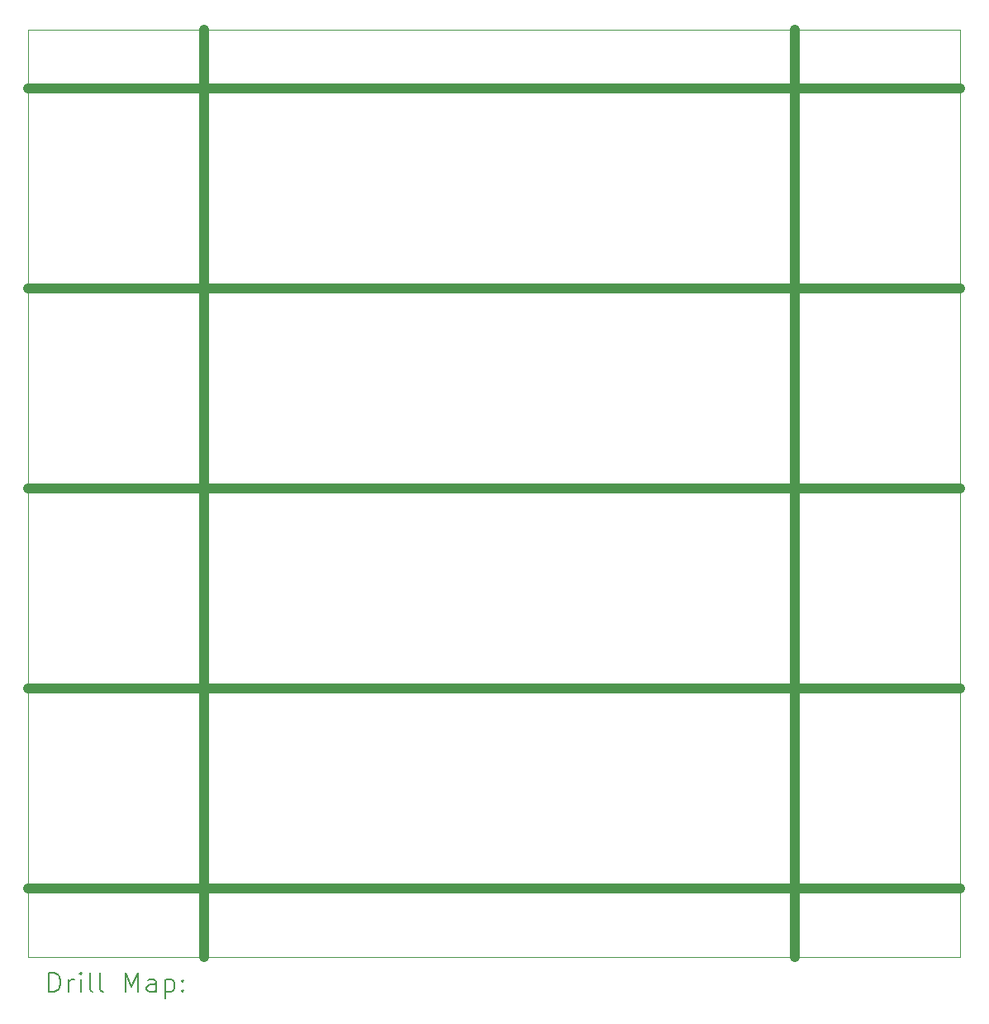
<source format=gbr>
%TF.GenerationSoftware,KiCad,Pcbnew,7.0.5*%
%TF.CreationDate,2023-11-06T22:38:09+10:00*%
%TF.ProjectId,TallyLight_Panel,54616c6c-794c-4696-9768-745f50616e65,rev?*%
%TF.SameCoordinates,Original*%
%TF.FileFunction,Drillmap*%
%TF.FilePolarity,Positive*%
%FSLAX45Y45*%
G04 Gerber Fmt 4.5, Leading zero omitted, Abs format (unit mm)*
G04 Created by KiCad (PCBNEW 7.0.5) date 2023-11-06 22:38:09*
%MOMM*%
%LPD*%
G01*
G04 APERTURE LIST*
%ADD10C,1.000000*%
%ADD11C,0.100000*%
%ADD12C,0.200000*%
G04 APERTURE END LIST*
D10*
X14600000Y-14100000D02*
X14600000Y-4600000D01*
X8550000Y-14100000D02*
X8550000Y-4600000D01*
X6750000Y-13400000D02*
X16300000Y-13400000D01*
X6750000Y-5200000D02*
X16300000Y-5200000D01*
D11*
X6750000Y-4600000D02*
X16300000Y-4600000D01*
X16300000Y-14100000D01*
X6750000Y-14100000D01*
X6750000Y-4600000D01*
D10*
X6750000Y-11350000D02*
X16300000Y-11350000D01*
X6750000Y-9300000D02*
X16300000Y-9300000D01*
X6750000Y-7250000D02*
X16300000Y-7250000D01*
D12*
X6960777Y-14461484D02*
X6960777Y-14261484D01*
X6960777Y-14261484D02*
X7008396Y-14261484D01*
X7008396Y-14261484D02*
X7036967Y-14271008D01*
X7036967Y-14271008D02*
X7056015Y-14290055D01*
X7056015Y-14290055D02*
X7065539Y-14309103D01*
X7065539Y-14309103D02*
X7075062Y-14347198D01*
X7075062Y-14347198D02*
X7075062Y-14375769D01*
X7075062Y-14375769D02*
X7065539Y-14413865D01*
X7065539Y-14413865D02*
X7056015Y-14432912D01*
X7056015Y-14432912D02*
X7036967Y-14451960D01*
X7036967Y-14451960D02*
X7008396Y-14461484D01*
X7008396Y-14461484D02*
X6960777Y-14461484D01*
X7160777Y-14461484D02*
X7160777Y-14328150D01*
X7160777Y-14366246D02*
X7170301Y-14347198D01*
X7170301Y-14347198D02*
X7179824Y-14337674D01*
X7179824Y-14337674D02*
X7198872Y-14328150D01*
X7198872Y-14328150D02*
X7217920Y-14328150D01*
X7284586Y-14461484D02*
X7284586Y-14328150D01*
X7284586Y-14261484D02*
X7275062Y-14271008D01*
X7275062Y-14271008D02*
X7284586Y-14280531D01*
X7284586Y-14280531D02*
X7294110Y-14271008D01*
X7294110Y-14271008D02*
X7284586Y-14261484D01*
X7284586Y-14261484D02*
X7284586Y-14280531D01*
X7408396Y-14461484D02*
X7389348Y-14451960D01*
X7389348Y-14451960D02*
X7379824Y-14432912D01*
X7379824Y-14432912D02*
X7379824Y-14261484D01*
X7513158Y-14461484D02*
X7494110Y-14451960D01*
X7494110Y-14451960D02*
X7484586Y-14432912D01*
X7484586Y-14432912D02*
X7484586Y-14261484D01*
X7741729Y-14461484D02*
X7741729Y-14261484D01*
X7741729Y-14261484D02*
X7808396Y-14404341D01*
X7808396Y-14404341D02*
X7875062Y-14261484D01*
X7875062Y-14261484D02*
X7875062Y-14461484D01*
X8056015Y-14461484D02*
X8056015Y-14356722D01*
X8056015Y-14356722D02*
X8046491Y-14337674D01*
X8046491Y-14337674D02*
X8027443Y-14328150D01*
X8027443Y-14328150D02*
X7989348Y-14328150D01*
X7989348Y-14328150D02*
X7970301Y-14337674D01*
X8056015Y-14451960D02*
X8036967Y-14461484D01*
X8036967Y-14461484D02*
X7989348Y-14461484D01*
X7989348Y-14461484D02*
X7970301Y-14451960D01*
X7970301Y-14451960D02*
X7960777Y-14432912D01*
X7960777Y-14432912D02*
X7960777Y-14413865D01*
X7960777Y-14413865D02*
X7970301Y-14394817D01*
X7970301Y-14394817D02*
X7989348Y-14385293D01*
X7989348Y-14385293D02*
X8036967Y-14385293D01*
X8036967Y-14385293D02*
X8056015Y-14375769D01*
X8151253Y-14328150D02*
X8151253Y-14528150D01*
X8151253Y-14337674D02*
X8170301Y-14328150D01*
X8170301Y-14328150D02*
X8208396Y-14328150D01*
X8208396Y-14328150D02*
X8227443Y-14337674D01*
X8227443Y-14337674D02*
X8236967Y-14347198D01*
X8236967Y-14347198D02*
X8246491Y-14366246D01*
X8246491Y-14366246D02*
X8246491Y-14423388D01*
X8246491Y-14423388D02*
X8236967Y-14442436D01*
X8236967Y-14442436D02*
X8227443Y-14451960D01*
X8227443Y-14451960D02*
X8208396Y-14461484D01*
X8208396Y-14461484D02*
X8170301Y-14461484D01*
X8170301Y-14461484D02*
X8151253Y-14451960D01*
X8332205Y-14442436D02*
X8341729Y-14451960D01*
X8341729Y-14451960D02*
X8332205Y-14461484D01*
X8332205Y-14461484D02*
X8322682Y-14451960D01*
X8322682Y-14451960D02*
X8332205Y-14442436D01*
X8332205Y-14442436D02*
X8332205Y-14461484D01*
X8332205Y-14337674D02*
X8341729Y-14347198D01*
X8341729Y-14347198D02*
X8332205Y-14356722D01*
X8332205Y-14356722D02*
X8322682Y-14347198D01*
X8322682Y-14347198D02*
X8332205Y-14337674D01*
X8332205Y-14337674D02*
X8332205Y-14356722D01*
M02*

</source>
